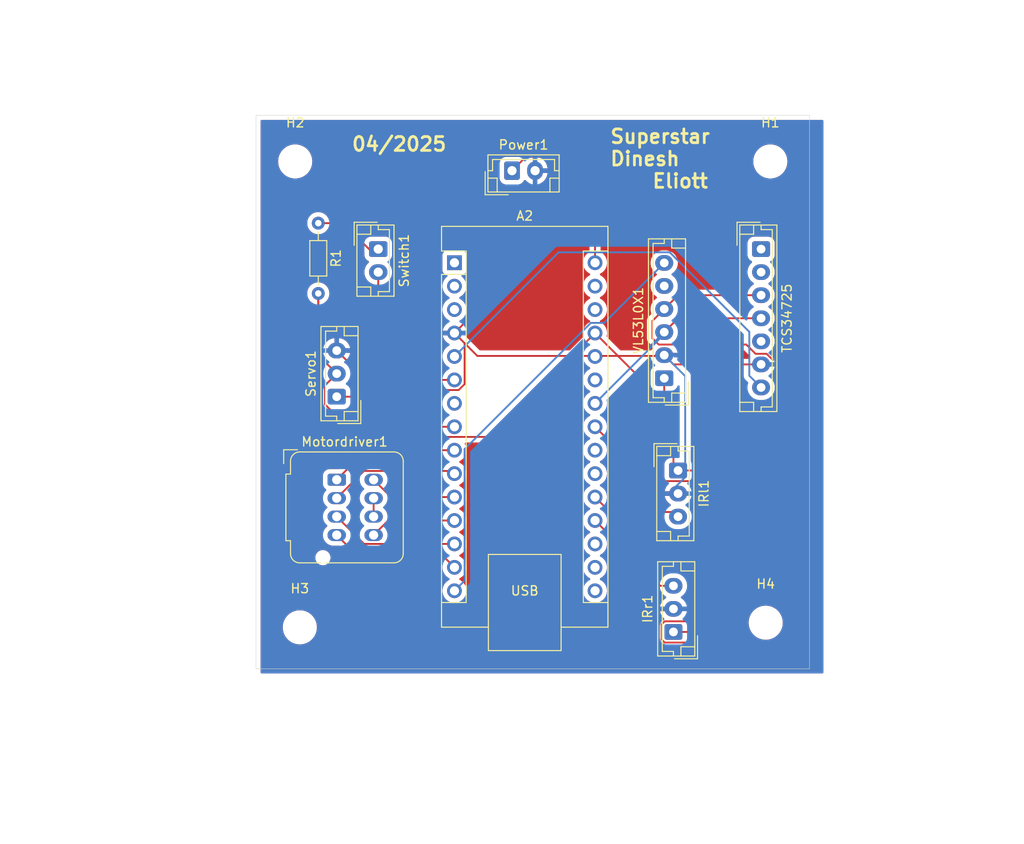
<source format=kicad_pcb>
(kicad_pcb (version 20241229) (generator "pcbnew") (generator_version "9.0")
  (layers (0 "F.Cu" signal) (2 "B.Cu" signal) (13 "F.Paste" user) (15 "B.Paste" user) (5 "F.SilkS" user "F.Silkscreen") (7 "B.SilkS" user "B.Silkscreen") (1 "F.Mask" user) (3 "B.Mask" user) (25 "Edge.Cuts" user))
  (net 0 "")
  (net 4 "Net-(A2-D5)")
  (net 11 "Net-(A2-D3)")
  (net 15 "Net-(Motordriver1-Pin_6)")
  (net 16 "Net-(Switch1-Pin_1)")
  (net 22 "/GND")
  (net 23 "/XSHUT")
  (net 24 "/VCC")
  (net 25 "/VIN")
  (net 26 "/IN2")
  (net 27 "/IN1")
  (net 28 "/IN4")
  (net 29 "/IRR")
  (net 30 "/IN3")
  (net 31 "/ENB")
  (net 32 "/SCL")
  (net 33 "/SDA")
  (net 34 "/IRL")
  (net 35 "/ENA")
  (footprint "Connector_JST:JST_EH_B3B-EH-A_1x03_P2.50mm_Vertical" (layer "F.Cu") (at 165.5 101 90)
    (property "Reference" "IRr1" (at 2.5 -2.8 90) (layer "F.SilkS"))
    (property "Value" "Conn_01x03_Pin")
    (fp_line (start 7.61 -1.71) (end -2.61 -1.71) (stroke (width 0.12)) (layer "F.SilkS"))
    (fp_line (start -2.61 -1.71) (end -2.61 2.31) (stroke (width 0.12)) (layer "F.SilkS"))
    (fp_line (start 7.11 -1.21) (end 7.11 0) (stroke (width 0.12)) (layer "F.SilkS"))
    (fp_line (start -2.11 -1.21) (end 7.11 -1.21) (stroke (width 0.12)) (layer "F.SilkS"))
    (fp_line (start 7.11 0) (end 7.61 0) (stroke (width 0.12)) (layer "F.SilkS"))
    (fp_line (start -2.11 0) (end -2.11 -1.21) (stroke (width 0.12)) (layer "F.SilkS"))
    (fp_line (start -2.61 0) (end -2.11 0) (stroke (width 0.12)) (layer "F.SilkS"))
    (fp_line (start -2.91 0.11) (end -2.91 2.61) (stroke (width 0.12)) (layer "F.SilkS"))
    (fp_line (start 7.61 0.81) (end 6.61 0.81) (stroke (width 0.12)) (layer "F.SilkS"))
    (fp_line (start 6.61 0.81) (end 6.61 2.31) (stroke (width 0.12)) (layer "F.SilkS"))
    (fp_line (start -1.61 0.81) (end -1.61 2.31) (stroke (width 0.12)) (layer "F.SilkS"))
    (fp_line (start -2.61 0.81) (end -1.61 0.81) (stroke (width 0.12)) (layer "F.SilkS"))
    (fp_line (start 7.61 2.31) (end 7.61 -1.71) (stroke (width 0.12)) (layer "F.SilkS"))
    (fp_line (start -2.61 2.31) (end 7.61 2.31) (stroke (width 0.12)) (layer "F.SilkS"))
    (fp_line (start -2.91 2.61) (end -0.41 2.61) (stroke (width 0.12)) (layer "F.SilkS"))
    (pad "1" thru_hole roundrect (at 0 0 90) (size 1.7 1.95) (drill 0.95) (layers "*.Cu" "*.Mask") (roundrect_rratio 0.147059) (net 24 "/VCC"))
    (pad "2" thru_hole oval (at 2.5 0 90) (size 1.7 1.95) (drill 0.95) (layers "*.Cu" "*.Mask") (net 22 "/GND"))
    (pad "3" thru_hole oval (at 5 0 90) (size 1.7 1.95) (drill 0.95) (layers "*.Cu" "*.Mask") (net 29 "/IRR"))
  )
  (footprint "Resistor_THT:R_Axial_DIN0204_L3.6mm_D1.6mm_P7.62mm_Horizontal" (layer "F.Cu") (at 127 56.69 -90)
    (property "Reference" "R1" (at 3.81 -1.92 90) (layer "F.SilkS"))
    (property "Value" "1k")
    (fp_line (start 1.89 0.92) (end 5.73 0.92) (stroke (width 0.12)) (layer "F.SilkS"))
    (fp_line (start 5.73 0.92) (end 5.73 -0.92) (stroke (width 0.12)) (layer "F.SilkS"))
    (fp_line (start 0.94 0) (end 1.89 0) (stroke (width 0.12)) (layer "F.SilkS"))
    (fp_line (start 6.68 0) (end 5.73 0) (stroke (width 0.12)) (layer "F.SilkS"))
    (fp_line (start 1.89 -0.92) (end 1.89 0.92) (stroke (width 0.12)) (layer "F.SilkS"))
    (fp_line (start 5.73 -0.92) (end 1.89 -0.92) (stroke (width 0.12)) (layer "F.SilkS"))
    (pad "1" thru_hole circle (at 0 0 270) (size 1.4 1.4) (drill 0.7) (layers "*.Cu" "*.Mask") (net 16 "Net-(Switch1-Pin_1)"))
    (pad "2" thru_hole oval (at 7.62 0 270) (size 1.4 1.4) (drill 0.7) (layers "*.Cu" "*.Mask") (net 24 "/VCC"))
  )
  (footprint "Connector_JST:JST_JWPF_B08B-JWPF-SK-R_2x04_P2.00mm_Vertical" (layer "F.Cu") (at 129 84.5)
    (property "Reference" "Motordriver1" (at 0.85 -4.11 0) (layer "F.SilkS"))
    (property "Value" "Conn_02x04_Top_Bottom")
    (fp_line (start -5.75 -3.25) (end -4.25 -3.25) (stroke (width 0.12)) (layer "F.SilkS"))
    (fp_line (start -5.75 -1.75) (end -5.75 -3.25) (stroke (width 0.12)) (layer "F.SilkS"))
    (fp_line (start -5.51 -0.61) (end -5.51 6.61) (stroke (width 0.12)) (layer "F.SilkS"))
    (fp_line (start -5.51 6.61) (end -5.01 6.61) (stroke (width 0.12)) (layer "F.SilkS"))
    (fp_line (start -5.01 -2.01) (end -5.01 -0.61) (stroke (width 0.12)) (layer "F.SilkS"))
    (fp_line (start -5.01 -0.61) (end -5.51 -0.61) (stroke (width 0.12)) (layer "F.SilkS"))
    (fp_line (start -5.01 6.61) (end -5.01 8.01) (stroke (width 0.12)) (layer "F.SilkS"))
    (fp_line (start -4.01 -3.01) (end 6.21 -3.01) (stroke (width 0.12)) (layer "F.SilkS"))
    (fp_line (start -4.01 9.01) (end 6.21 9.01) (stroke (width 0.12)) (layer "F.SilkS"))
    (fp_line (start 7.21 -2.01) (end 7.21 8.01) (stroke (width 0.12)) (layer "F.SilkS"))
    (fp_arc (start -5.01 -2.01) (mid -4.717107 -2.717107) (end -4.01 -3.01) (stroke (width 0.12)) (layer "F.SilkS"))
    (fp_arc (start -4.01 9.01) (mid -4.717107 8.717107) (end -5.01 8.01) (stroke (width 0.12)) (layer "F.SilkS"))
    (fp_arc (start 6.21 -3.01) (mid 6.917107 -2.717107) (end 7.21 -2.01) (stroke (width 0.12)) (layer "F.SilkS"))
    (fp_arc (start 7.21 8.01) (mid 6.917107 8.717107) (end 6.21 9.01) (stroke (width 0.12)) (layer "F.SilkS"))
    (pad "" np_thru_hole circle (at -1.5 8.45) (size 1.15 1.15) (drill 1.15) (layers "*.Cu" "*.Mask"))
    (pad "1" thru_hole roundrect (at 0 0) (size 2 1.3) (drill 1) (layers "*.Cu" "*.Mask") (roundrect_rratio 0.192308) (net 27 "/IN1"))
    (pad "2" thru_hole oval (at 0 2) (size 2 1.3) (drill 1) (layers "*.Cu" "*.Mask") (net 26 "/IN2"))
    (pad "3" thru_hole oval (at 0 4) (size 2 1.3) (drill 1) (layers "*.Cu" "*.Mask") (net 30 "/IN3"))
    (pad "4" thru_hole oval (at 0 6) (size 2 1.3) (drill 1) (layers "*.Cu" "*.Mask") (net 28 "/IN4"))
    (pad "5" thru_hole oval (at 4 0) (size 2 1.3) (drill 1) (layers "*.Cu" "*.Mask") (net 35 "/ENA"))
    (pad "6" thru_hole oval (at 4 2) (size 2 1.3) (drill 1) (layers "*.Cu" "*.Mask") (net 15 "Net-(Motordriver1-Pin_6)"))
    (pad "7" thru_hole oval (at 4 4) (size 2 1.3) (drill 1) (layers "*.Cu" "*.Mask") (net 15 "Net-(Motordriver1-Pin_6)"))
    (pad "8" thru_hole oval (at 4 6) (size 2 1.3) (drill 1) (layers "*.Cu" "*.Mask") (net 31 "/ENB"))
  )
  (footprint "Connector_JST:JST_EH_B6B-EH-A_1x06_P2.50mm_Vertical" (layer "F.Cu") (at 164.5 73.5 90)
    (property "Reference" "VL53L0X1" (at 6.25 -2.8 90) (layer "F.SilkS"))
    (property "Value" "Conn_01x06_Pin")
    (fp_line (start 15.11 -1.71) (end -2.61 -1.71) (stroke (width 0.12)) (layer "F.SilkS"))
    (fp_line (start -2.61 -1.71) (end -2.61 2.31) (stroke (width 0.12)) (layer "F.SilkS"))
    (fp_line (start 14.61 -1.21) (end 14.61 0) (stroke (width 0.12)) (layer "F.SilkS"))
    (fp_line (start -2.11 -1.21) (end 14.61 -1.21) (stroke (width 0.12)) (layer "F.SilkS"))
    (fp_line (start 14.61 0) (end 15.11 0) (stroke (width 0.12)) (layer "F.SilkS"))
    (fp_line (start -2.11 0) (end -2.11 -1.21) (stroke (width 0.12)) (layer "F.SilkS"))
    (fp_line (start -2.61 0) (end -2.11 0) (stroke (width 0.12)) (layer "F.SilkS"))
    (fp_line (start -2.91 0.11) (end -2.91 2.61) (stroke (width 0.12)) (layer "F.SilkS"))
    (fp_line (start 15.11 0.81) (end 14.11 0.81) (stroke (width 0.12)) (layer "F.SilkS"))
    (fp_line (start 14.11 0.81) (end 14.11 2.31) (stroke (width 0.12)) (layer "F.SilkS"))
    (fp_line (start -1.61 0.81) (end -1.61 2.31) (stroke (width 0.12)) (layer "F.SilkS"))
    (fp_line (start -2.61 0.81) (end -1.61 0.81) (stroke (width 0.12)) (layer "F.SilkS"))
    (fp_line (start 15.11 2.31) (end 15.11 -1.71) (stroke (width 0.12)) (layer "F.SilkS"))
    (fp_line (start -2.61 2.31) (end 15.11 2.31) (stroke (width 0.12)) (layer "F.SilkS"))
    (fp_line (start -2.91 2.61) (end -0.41 2.61) (stroke (width 0.12)) (layer "F.SilkS"))
    (pad "1" thru_hole roundrect (at 0 0 90) (size 1.7 1.95) (drill 0.95) (layers "*.Cu" "*.Mask") (roundrect_rratio 0.147059) (net 24 "/VCC"))
    (pad "2" thru_hole oval (at 2.5 0 90) (size 1.7 1.95) (drill 0.95) (layers "*.Cu" "*.Mask") (net 22 "/GND"))
    (pad "3" thru_hole oval (at 5 0 90) (size 1.7 1.95) (drill 0.95) (layers "*.Cu" "*.Mask") (net 32 "/SCL"))
    (pad "4" thru_hole oval (at 7.5 0 90) (size 1.7 1.95) (drill 0.95) (layers "*.Cu" "*.Mask") (net 33 "/SDA"))
    (pad "5" thru_hole oval (at 10 0 90) (size 1.7 1.95) (drill 0.95) (layers "*.Cu" "*.Mask"))
    (pad "6" thru_hole oval (at 12.5 0 90) (size 1.7 1.95) (drill 0.95) (layers "*.Cu" "*.Mask") (net 23 "/XSHUT"))
  )
  (footprint "Connector_JST:JST_EH_B7B-EH-A_1x07_P2.50mm_Vertical" (layer "F.Cu") (at 175 59.5 -90)
    (property "Reference" "TCS34725" (at 7.5 -2.8 90) (layer "F.SilkS"))
    (property "Value" "Conn_01x07_Pin")
    (fp_line (start -2.91 2.61) (end -0.41 2.61) (stroke (width 0.12)) (layer "F.SilkS"))
    (fp_line (start -2.61 2.31) (end 17.61 2.31) (stroke (width 0.12)) (layer "F.SilkS"))
    (fp_line (start 17.61 2.31) (end 17.61 -1.71) (stroke (width 0.12)) (layer "F.SilkS"))
    (fp_line (start -2.61 0.81) (end -1.61 0.81) (stroke (width 0.12)) (layer "F.SilkS"))
    (fp_line (start -1.61 0.81) (end -1.61 2.31) (stroke (width 0.12)) (layer "F.SilkS"))
    (fp_line (start 16.61 0.81) (end 16.61 2.31) (stroke (width 0.12)) (layer "F.SilkS"))
    (fp_line (start 17.61 0.81) (end 16.61 0.81) (stroke (width 0.12)) (layer "F.SilkS"))
    (fp_line (start -2.91 0.11) (end -2.91 2.61) (stroke (width 0.12)) (layer "F.SilkS"))
    (fp_line (start -2.61 0) (end -2.11 0) (stroke (width 0.12)) (layer "F.SilkS"))
    (fp_line (start -2.11 0) (end -2.11 -1.21) (stroke (width 0.12)) (layer "F.SilkS"))
    (fp_line (start 17.11 0) (end 17.61 0) (stroke (width 0.12)) (layer "F.SilkS"))
    (fp_line (start -2.11 -1.21) (end 17.11 -1.21) (stroke (width 0.12)) (layer "F.SilkS"))
    (fp_line (start 17.11 -1.21) (end 17.11 0) (stroke (width 0.12)) (layer "F.SilkS"))
    (fp_line (start -2.61 -1.71) (end -2.61 2.31) (stroke (width 0.12)) (layer "F.SilkS"))
    (fp_line (start 17.61 -1.71) (end -2.61 -1.71) (stroke (width 0.12)) (layer "F.SilkS"))
    (pad "1" thru_hole roundrect (at 0 0 270) (size 1.7 1.95) (drill 0.95) (layers "*.Cu" "*.Mask") (roundrect_rratio 0.147059))
    (pad "2" thru_hole oval (at 2.5 0 270) (size 1.7 1.95) (drill 0.95) (layers "*.Cu" "*.Mask"))
    (pad "3" thru_hole oval (at 5 0 270) (size 1.7 1.95) (drill 0.95) (layers "*.Cu" "*.Mask") (net 33 "/SDA"))
    (pad "4" thru_hole oval (at 7.5 0 270) (size 1.7 1.95) (drill 0.95) (layers "*.Cu" "*.Mask") (net 32 "/SCL"))
    (pad "5" thru_hole oval (at 10 0 270) (size 1.7 1.95) (drill 0.95) (layers "*.Cu" "*.Mask"))
    (pad "6" thru_hole oval (at 12.5 0 270) (size 1.7 1.95) (drill 0.95) (layers "*.Cu" "*.Mask") (net 22 "/GND"))
    (pad "7" thru_hole oval (at 15 0 270) (size 1.7 1.95) (drill 0.95) (layers "*.Cu" "*.Mask") (net 24 "/VCC"))
  )
  (footprint "Connector_JST:JST_EH_B2B-EH-A_1x02_P2.50mm_Vertical" (layer "F.Cu") (at 133.5 59.5 -90)
    (property "Reference" "Switch1" (at 1.25 -2.8 90) (layer "F.SilkS"))
    (property "Value" "Conn_01x02_Pin")
    (fp_line (start -2.91 2.61) (end -0.41 2.61) (stroke (width 0.12)) (layer "F.SilkS"))
    (fp_line (start -2.61 2.31) (end 5.11 2.31) (stroke (width 0.12)) (layer "F.SilkS"))
    (fp_line (start 5.11 2.31) (end 5.11 -1.71) (stroke (width 0.12)) (layer "F.SilkS"))
    (fp_line (start -2.61 0.81) (end -1.61 0.81) (stroke (width 0.12)) (layer "F.SilkS"))
    (fp_line (start -1.61 0.81) (end -1.61 2.31) (stroke (width 0.12)) (layer "F.SilkS"))
    (fp_line (start 4.11 0.81) (end 4.11 2.31) (stroke (width 0.12)) (layer "F.SilkS"))
    (fp_line (start 5.11 0.81) (end 4.11 0.81) (stroke (width 0.12)) (layer "F.SilkS"))
    (fp_line (start -2.91 0.11) (end -2.91 2.61) (stroke (width 0.12)) (layer "F.SilkS"))
    (fp_line (start -2.61 0) (end -2.11 0) (stroke (width 0.12)) (layer "F.SilkS"))
    (fp_line (start -2.11 0) (end -2.11 -1.21) (stroke (width 0.12)) (layer "F.SilkS"))
    (fp_line (start 4.61 0) (end 5.11 0) (stroke (width 0.12)) (layer "F.SilkS"))
    (fp_line (start -2.11 -1.21) (end 4.61 -1.21) (stroke (width 0.12)) (layer "F.SilkS"))
    (fp_line (start 4.61 -1.21) (end 4.61 0) (stroke (width 0.12)) (layer "F.SilkS"))
    (fp_line (start -2.61 -1.71) (end -2.61 2.31) (stroke (width 0.12)) (layer "F.SilkS"))
    (fp_line (start 5.11 -1.71) (end -2.61 -1.71) (stroke (width 0.12)) (layer "F.SilkS"))
    (pad "1" thru_hole roundrect (at 0 0 270) (size 1.7 2) (drill 1) (layers "*.Cu" "*.Mask") (roundrect_rratio 0.147059) (net 16 "Net-(Switch1-Pin_1)"))
    (pad "2" thru_hole oval (at 2.5 0 270) (size 1.7 2) (drill 1) (layers "*.Cu" "*.Mask") (net 11 "Net-(A2-D3)"))
  )
  (footprint "MountingHole:MountingHole_3.2mm_M3" (layer "F.Cu") (at 124.5 50)
    (property "Reference" "H2" (at 0 -4.2 0) (layer "F.SilkS"))
    (property "Value" "MountingHole")
    (pad "" np_thru_hole circle (at 0 0) (size 3.2 3.2) (drill 3.2) (layers "*.Cu" "*.Mask"))
  )
  (footprint "Connector_JST:JST_EH_B2B-EH-A_1x02_P2.50mm_Vertical" (layer "F.Cu") (at 148 51)
    (property "Reference" "Power1" (at 1.25 -2.8 0) (layer "F.SilkS"))
    (property "Value" "Conn_01x02_Pin")
    (fp_line (start -2.91 0.11) (end -2.91 2.61) (stroke (width 0.12)) (layer "F.SilkS"))
    (fp_line (start -2.91 2.61) (end -0.41 2.61) (stroke (width 0.12)) (layer "F.SilkS"))
    (fp_line (start -2.61 -1.71) (end -2.61 2.31) (stroke (width 0.12)) (layer "F.SilkS"))
    (fp_line (start -2.61 0) (end -2.11 0) (stroke (width 0.12)) (layer "F.SilkS"))
    (fp_line (start -2.61 0.81) (end -1.61 0.81) (stroke (width 0.12)) (layer "F.SilkS"))
    (fp_line (start -2.61 2.31) (end 5.11 2.31) (stroke (width 0.12)) (layer "F.SilkS"))
    (fp_line (start -2.11 -1.21) (end 4.61 -1.21) (stroke (width 0.12)) (layer "F.SilkS"))
    (fp_line (start -2.11 0) (end -2.11 -1.21) (stroke (width 0.12)) (layer "F.SilkS"))
    (fp_line (start -1.61 0.81) (end -1.61 2.31) (stroke (width 0.12)) (layer "F.SilkS"))
    (fp_line (start 4.11 0.81) (end 4.11 2.31) (stroke (width 0.12)) (layer "F.SilkS"))
    (fp_line (start 4.61 -1.21) (end 4.61 0) (stroke (width 0.12)) (layer "F.SilkS"))
    (fp_line (start 4.61 0) (end 5.11 0) (stroke (width 0.12)) (layer "F.SilkS"))
    (fp_line (start 5.11 -1.71) (end -2.61 -1.71) (stroke (width 0.12)) (layer "F.SilkS"))
    (fp_line (start 5.11 0.81) (end 4.11 0.81) (stroke (width 0.12)) (layer "F.SilkS"))
    (fp_line (start 5.11 2.31) (end 5.11 -1.71) (stroke (width 0.12)) (layer "F.SilkS"))
    (pad "1" thru_hole roundrect (at 0 0) (size 1.7 2) (drill 1) (layers "*.Cu" "*.Mask") (roundrect_rratio 0.147059) (net 25 "/VIN"))
    (pad "2" thru_hole oval (at 2.5 0) (size 1.7 2) (drill 1) (layers "*.Cu" "*.Mask") (net 22 "/GND"))
  )
  (footprint "MountingHole:MountingHole_3.2mm_M3" (layer "F.Cu") (at 176 50)
    (property "Reference" "H1" (at 0 -4.2 0) (layer "F.SilkS"))
    (property "Value" "MountingHole")
    (pad "" np_thru_hole circle (at 0 0) (size 3.2 3.2) (drill 3.2) (layers "*.Cu" "*.Mask"))
  )
  (footprint "Connector_JST:JST_EH_B3B-EH-A_1x03_P2.50mm_Vertical" (layer "F.Cu") (at 166 83.5 -90)
    (property "Reference" "IRl1" (at 2.5 -2.8 90) (layer "F.SilkS"))
    (property "Value" "Conn_01x03_Pin")
    (fp_line (start -2.91 2.61) (end -0.41 2.61) (stroke (width 0.12)) (layer "F.SilkS"))
    (fp_line (start -2.61 2.31) (end 7.61 2.31) (stroke (width 0.12)) (layer "F.SilkS"))
    (fp_line (start 7.61 2.31) (end 7.61 -1.71) (stroke (width 0.12)) (layer "F.SilkS"))
    (fp_line (start -2.61 0.81) (end -1.61 0.81) (stroke (width 0.12)) (layer "F.SilkS"))
    (fp_line (start -1.61 0.81) (end -1.61 2.31) (stroke (width 0.12)) (layer "F.SilkS"))
    (fp_line (start 6.61 0.81) (end 6.61 2.31) (stroke (width 0.12)) (layer "F.SilkS"))
    (fp_line (start 7.61 0.81) (end 6.61 0.81) (stroke (width 0.12)) (layer "F.SilkS"))
    (fp_line (start -2.91 0.11) (end -2.91 2.61) (stroke (width 0.12)) (layer "F.SilkS"))
    (fp_line (start -2.61 0) (end -2.11 0) (stroke (width 0.12)) (layer "F.SilkS"))
    (fp_line (start -2.11 0) (end -2.11 -1.21) (stroke (width 0.12)) (layer "F.SilkS"))
    (fp_line (start 7.11 0) (end 7.61 0) (stroke (width 0.12)) (layer "F.SilkS"))
    (fp_line (start -2.11 -1.21) (end 7.11 -1.21) (stroke (width 0.12)) (layer "F.SilkS"))
    (fp_line (start 7.11 -1.21) (end 7.11 0) (stroke (width 0.12)) (layer "F.SilkS"))
    (fp_line (start -2.61 -1.71) (end -2.61 2.31) (stroke (width 0.12)) (layer "F.SilkS"))
    (fp_line (start 7.61 -1.71) (end -2.61 -1.71) (stroke (width 0.12)) (layer "F.SilkS"))
    (pad "1" thru_hole roundrect (at 0 0 270) (size 1.7 1.95) (drill 0.95) (layers "*.Cu" "*.Mask") (roundrect_rratio 0.147059) (net 24 "/VCC"))
    (pad "2" thru_hole oval (at 2.5 0 270) (size 1.7 1.95) (drill 0.95) (layers "*.Cu" "*.Mask") (net 22 "/GND"))
    (pad "3" thru_hole oval (at 5 0 270) (size 1.7 1.95) (drill 0.95) (layers "*.Cu" "*.Mask") (net 34 "/IRL"))
  )
  (footprint "Module:Arduino_Nano" (layer "F.Cu") (at 141.76 60.98)
    (property "Reference" "A2" (at 7.62 -5.08 0) (layer "F.SilkS"))
    (property "Value" "Arduino_Nano_v2.x")
    (fp_line (start -1.4 -3.94) (end -1.4 -1.27) (stroke (width 0.12)) (layer "F.SilkS"))
    (fp_line (start -1.4 1.27) (end -1.4 39.5) (stroke (width 0.12)) (layer "F.SilkS"))
    (fp_line (start -1.4 39.5) (end 3.68 39.5) (stroke (width 0.12)) (layer "F.SilkS"))
    (fp_line (start 1.27 -1.27) (end -1.4 -1.27) (stroke (width 0.12)) (layer "F.SilkS"))
    (fp_line (start 1.27 1.27) (end -1.4 1.27) (stroke (width 0.12)) (layer "F.SilkS"))
    (fp_line (start 1.27 1.27) (end 1.27 -1.27) (stroke (width 0.12)) (layer "F.SilkS"))
    (fp_line (start 1.27 1.27) (end 1.27 36.83) (stroke (width 0.12)) (layer "F.SilkS"))
    (fp_line (start 1.27 36.83) (end -1.4 36.83) (stroke (width 0.12)) (layer "F.SilkS"))
    (fp_line (start 3.68 31.62) (end 11.56 31.62) (stroke (width 0.12)) (layer "F.SilkS"))
    (fp_line (start 3.68 42.04) (end 3.68 31.62) (stroke (width 0.12)) (layer "F.SilkS"))
    (fp_line (start 11.56 31.62) (end 11.56 42.04) (stroke (width 0.12)) (layer "F.SilkS"))
    (fp_line (start 11.56 42.04) (end 3.68 42.04) (stroke (width 0.12)) (layer "F.SilkS"))
    (fp_line (start 13.97 -1.27) (end 13.97 36.83) (stroke (width 0.12)) (layer "F.SilkS"))
    (fp_line (start 13.97 -1.27) (end 16.64 -1.27) (stroke (width 0.12)) (layer "F.SilkS"))
    (fp_line (start 13.97 36.83) (end 16.64 36.83) (stroke (width 0.12)) (layer "F.SilkS"))
    (fp_line (start 16.64 -3.94) (end -1.4 -3.94) (stroke (width 0.12)) (layer "F.SilkS"))
    (fp_line (start 16.64 39.5) (end 11.56 39.5) (stroke (width 0.12)) (layer "F.SilkS"))
    (fp_line (start 16.64 39.5) (end 16.64 -3.94) (stroke (width 0.12)) (layer "F.SilkS"))
    (fp_text user "USB" (at 7.62 35.56 0) (layer "F.SilkS"))
    (pad "1" thru_hole rect (at 0 0) (size 1.6 1.6) (drill 1) (layers "*.Cu" "*.Mask"))
    (pad "2" thru_hole oval (at 0 2.54) (size 1.6 1.6) (drill 1) (layers "*.Cu" "*.Mask"))
    (pad "3" thru_hole oval (at 0 5.08) (size 1.6 1.6) (drill 1) (layers "*.Cu" "*.Mask"))
    (pad "4" thru_hole oval (at 0 7.62) (size 1.6 1.6) (drill 1) (layers "*.Cu" "*.Mask") (net 22 "/GND"))
    (pad "5" thru_hole oval (at 0 10.16) (size 1.6 1.6) (drill 1) (layers "*.Cu" "*.Mask") (net 24 "/VCC"))
    (pad "6" thru_hole oval (at 0 12.7) (size 1.6 1.6) (drill 1) (layers "*.Cu" "*.Mask") (net 11 "Net-(A2-D3)"))
    (pad "7" thru_hole oval (at 0 15.24) (size 1.6 1.6) (drill 1) (layers "*.Cu" "*.Mask"))
    (pad "8" thru_hole oval (at 0 17.78) (size 1.6 1.6) (drill 1) (layers "*.Cu" "*.Mask") (net 4 "Net-(A2-D5)"))
    (pad "9" thru_hole oval (at 0 20.32) (size 1.6 1.6) (drill 1) (layers "*.Cu" "*.Mask") (net 27 "/IN1"))
    (pad "10" thru_hole oval (at 0 22.86) (size 1.6 1.6) (drill 1) (layers "*.Cu" "*.Mask") (net 26 "/IN2"))
    (pad "11" thru_hole oval (at 0 25.4) (size 1.6 1.6) (drill 1) (layers "*.Cu" "*.Mask") (net 35 "/ENA"))
    (pad "12" thru_hole oval (at 0 27.94) (size 1.6 1.6) (drill 1) (layers "*.Cu" "*.Mask") (net 31 "/ENB"))
    (pad "13" thru_hole oval (at 0 30.48) (size 1.6 1.6) (drill 1) (layers "*.Cu" "*.Mask") (net 30 "/IN3"))
    (pad "14" thru_hole oval (at 0 33.02) (size 1.6 1.6) (drill 1) (layers "*.Cu" "*.Mask") (net 28 "/IN4"))
    (pad "15" thru_hole oval (at 0 35.56) (size 1.6 1.6) (drill 1) (layers "*.Cu" "*.Mask") (net 23 "/XSHUT"))
    (pad "16" thru_hole oval (at 15.24 35.56) (size 1.6 1.6) (drill 1) (layers "*.Cu" "*.Mask"))
    (pad "17" thru_hole oval (at 15.24 33.02) (size 1.6 1.6) (drill 1) (layers "*.Cu" "*.Mask"))
    (pad "18" thru_hole oval (at 15.24 30.48) (size 1.6 1.6) (drill 1) (layers "*.Cu" "*.Mask"))
    (pad "19" thru_hole oval (at 15.24 27.94) (size 1.6 1.6) (drill 1) (layers "*.Cu" "*.Mask") (net 29 "/IRR"))
    (pad "20" thru_hole oval (at 15.24 25.4) (size 1.6 1.6) (drill 1) (layers "*.Cu" "*.Mask") (net 34 "/IRL"))
    (pad "21" thru_hole oval (at 15.24 22.86) (size 1.6 1.6) (drill 1) (layers "*.Cu" "*.Mask"))
    (pad "22" thru_hole oval (at 15.24 20.32) (size 1.6 1.6) (drill 1) (layers "*.Cu" "*.Mask"))
    (pad "23" thru_hole oval (at 15.24 17.78) (size 1.6 1.6) (drill 1) (layers "*.Cu" "*.Mask") (net 33 "/SDA"))
    (pad "24" thru_hole oval (at 15.24 15.24) (size 1.6 1.6) (drill 1) (layers "*.Cu" "*.Mask") (net 32 "/SCL"))
    (pad "25" thru_hole oval (at 15.24 12.7) (size 1.6 1.6) (drill 1) (layers "*.Cu" "*.Mask"))
    (pad "26" thru_hole oval (at 15.24 10.16) (size 1.6 1.6) (drill 1) (layers "*.Cu" "*.Mask"))
    (pad "27" thru_hole oval (at 15.24 7.62) (size 1.6 1.6) (drill 1) (layers "*.Cu" "*.Mask") (net 24 "/VCC"))
    (pad "28" thru_hole oval (at 15.24 5.08) (size 1.6 1.6) (drill 1) (layers "*.Cu" "*.Mask"))
    (pad "29" thru_hole oval (at 15.24 2.54) (size 1.6 1.6) (drill 1) (layers "*.Cu" "*.Mask"))
    (pad "30" thru_hole oval (at 15.24 0) (size 1.6 1.6) (drill 1) (layers "*.Cu" "*.Mask") (net 25 "/VIN"))
  )
  (footprint "Connector_JST:JST_EH_B3B-EH-A_1x03_P2.50mm_Vertical" (layer "F.Cu") (at 129 75.5 90)
    (property "Reference" "Servo1" (at 2.5 -2.8 90) (layer "F.SilkS"))
    (property "Value" "Conn_01x03_Pin")
    (fp_line (start 7.61 -1.71) (end -2.61 -1.71) (stroke (width 0.12)) (layer "F.SilkS"))
    (fp_line (start -2.61 -1.71) (end -2.61 2.31) (stroke (width 0.12)) (layer "F.SilkS"))
    (fp_line (start 7.11 -1.21) (end 7.11 0) (stroke (width 0.12)) (layer "F.SilkS"))
    (fp_line (start -2.11 -1.21) (end 7.11 -1.21) (stroke (width 0.12)) (layer "F.SilkS"))
    (fp_line (start 7.11 0) (end 7.61 0) (stroke (width 0.12)) (layer "F.SilkS"))
    (fp_line (start -2.11 0) (end -2.11 -1.21) (stroke (width 0.12)) (layer "F.SilkS"))
    (fp_line (start -2.61 0) (end -2.11 0) (stroke (width 0.12)) (layer "F.SilkS"))
    (fp_line (start -2.91 0.11) (end -2.91 2.61) (stroke (width 0.12)) (layer "F.SilkS"))
    (fp_line (start 7.61 0.81) (end 6.61 0.81) (stroke (width 0.12)) (layer "F.SilkS"))
    (fp_line (start 6.61 0.81) (end 6.61 2.31) (stroke (width 0.12)) (layer "F.SilkS"))
    (fp_line (start -1.61 0.81) (end -1.61 2.31) (stroke (width 0.12)) (layer "F.SilkS"))
    (fp_line (start -2.61 0.81) (end -1.61 0.81) (stroke (width 0.12)) (layer "F.SilkS"))
    (fp_line (start 7.61 2.31) (end 7.61 -1.71) (stroke (width 0.12)) (layer "F.SilkS"))
    (fp_line (start -2.61 2.31) (end 7.61 2.31) (stroke (width 0.12)) (layer "F.SilkS"))
    (fp_line (start -2.91 2.61) (end -0.41 2.61) (stroke (width 0.12)) (layer "F.SilkS"))
    (pad "1" thru_hole roundrect (at 0 0 90) (size 1.7 1.95) (drill 0.95) (layers "*.Cu" "*.Mask") (roundrect_rratio 0.147059) (net 4 "Net-(A2-D5)"))
    (pad "2" thru_hole oval (at 2.5 0 90) (size 1.7 1.95) (drill 0.95) (layers "*.Cu" "*.Mask") (net 24 "/VCC"))
    (pad "3" thru_hole oval (at 5 0 90) (size 1.7 1.95) (drill 0.95) (layers "*.Cu" "*.Mask") (net 22 "/GND"))
  )
  (footprint "MountingHole:MountingHole_3.2mm_M3" (layer "F.Cu") (at 125 100.5)
    (property "Reference" "H3" (at 0 -4.2 0) (layer "F.SilkS"))
    (property "Value" "MountingHole")
    (pad "" np_thru_hole circle (at 0 0) (size 3.2 3.2) (drill 3.2) (layers "*.Cu" "*.Mask"))
  )
  (footprint "MountingHole:MountingHole_3.2mm_M3" (layer "F.Cu") (at 175.5 100)
    (property "Reference" "H4" (at 0 -4.2 0) (layer "F.SilkS"))
    (property "Value" "MountingHole")
    (pad "" np_thru_hole circle (at 0 0) (size 3.2 3.2) (drill 3.2) (layers "*.Cu" "*.Mask"))
  )
  (gr_rect (start 120.25 45) (end 180.25 105) (stroke (width 0.05)) (fill no) (layer "Edge.Cuts"))
  (gr_text "04/2025" (at 130.5 49 0) (layer "F.SilkS") (effects (font (size 1.5 1.5) (thickness 0.3) (bold yes)) (justify left bottom)))
  (gr_text "Superstar\nDinesh\n    Eliott" (at 158.5 53 0) (layer "F.SilkS") (effects (font (size 1.5 1.5) (thickness 0.3) (bold yes)) (justify left bottom)))
  (segment (start 127.724 76.33516) (end 131.24984 79.861) (width 0.2) (layer "F.Cu") (net 0))
  (segment (start 142.861 74.13605) (end 142.21605 74.781) (width 0.2) (layer "F.Cu") (net 0))
  (segment (start 167.5 83.5) (end 170.5 86.5) (width 0.2) (layer "F.Cu") (net 0))
  (segment (start 166 86) (end 168.5 86) (width 0.2) (layer "F.Cu") (net 0))
  (segment (start 133.281 74.781) (end 129 70.5) (width 0.2) (layer "F.Cu") (net 0))
  (segment (start 127 64.31) (end 127 68.5) (width 0.2) (layer "F.Cu") (net 0))
  (segment (start 142.861 69.701) (end 142.861 74.13605) (width 0.2) (layer "F.Cu") (net 0))
  (segment (start 150.5 51) (end 150.5 59.86) (width 0.2) (layer "F.Cu") (net 0))
  (segment (start 157 68.6) (end 165.45 77.05) (width 0.2) (layer "F.Cu") (net 0))
  (segment (start 164.5 76.1) (end 165.45 77.05) (width 0.2) (layer "F.Cu") (net 0))
  (segment (start 164.5 71) (end 164.419 71.081) (width 0.2) (layer "F.Cu") (net 0))
  (segment (start 164.419 71.081) (end 144.241 71.081) (width 0.2) (layer "F.Cu") (net 0))
  (segment (start 127.724 74.276) (end 127.724 76.33516) (width 0.2) (layer "F.Cu") (net 0))
  (segment (start 169.5 87) (end 169.5 97) (width 0.2) (layer "F.Cu") (net 0))
  (segment (start 165.5 72) (end 164.5 71) (width 0.2) (layer "F.Cu") (net 0))
  (segment (start 129 73) (end 127 71) (width 0.2) (layer "F.Cu") (net 0))
  (segment (start 141.76 68.6) (end 142.861 69.701) (width 0.2) (layer "F.Cu") (net 0))
  (segment (start 175 72) (end 165.5 72) (width 0.2) (layer "F.Cu") (net 0))
  (segment (start 144.241 71.081) (end 142.861 69.701) (width 0.2) (layer "F.Cu") (net 0))
  (segment (start 167.5 101) (end 165.5 101) (width 0.2) (layer "F.Cu") (net 0))
  (segment (start 165.45 77.05) (end 165.5 77.1) (width 0.2) (layer "F.Cu") (net 0))
  (segment (start 127 68.5) (end 127 64) (width 0.2) (layer "F.Cu") (net 0))
  (segment (start 131.24984 79.861) (end 145.739 79.861) (width 0.2) (layer "F.Cu") (net 0))
  (segment (start 168.5 86) (end 169.5 87) (width 0.2) (layer "F.Cu") (net 0))
  (segment (start 145.739 79.861) (end 157 68.6) (width 0.2) (layer "F.Cu") (net 0))
  (segment (start 170.5 98) (end 167.5 101) (width 0.2) (layer "F.Cu") (net 0))
  (segment (start 164.5 73.5) (end 164.5 76.1) (width 0.2) (layer "F.Cu") (net 0))
  (segment (start 142.21605 74.781) (end 133.281 74.781) (width 0.2) (layer "F.Cu") (net 0))
  (segment (start 168 98.5) (end 165.5 98.5) (width 0.2) (layer "F.Cu") (net 0))
  (segment (start 166 83.5) (end 167.5 83.5) (width 0.2) (layer "F.Cu") (net 0))
  (segment (start 169.5 97) (end 168 98.5) (width 0.2) (layer "F.Cu") (net 0))
  (segment (start 150.5 59.86) (end 141.76 68.6) (width 0.2) (layer "F.Cu") (net 0))
  (segment (start 165.5 77.1) (end 165.5 83) (width 0.2) (layer "F.Cu") (net 0))
  (segment (start 129 73) (end 127.724 74.276) (width 0.2) (layer "F.Cu") (net 0))
  (segment (start 127 71) (end 127 68.5) (width 0.2) (layer "F.Cu") (net 0))
  (segment (start 170.5 86.5) (end 170.5 98) (width 0.2) (layer "F.Cu") (net 0))
  (segment (start 164.5 71) (end 166.776 73.276) (width 0.2) (layer "B.Cu") (net 0))
  (segment (start 166.776 73.276) (end 166.776 84.224) (width 0.2) (layer "B.Cu") (net 0))
  (segment (start 166.776 84.224) (end 165.5 85.5) (width 0.2) (layer "B.Cu") (net 0))
  (segment (start 137.26 78.76) (end 134 75.5) (width 0.2) (layer "F.Cu") (net 4))
  (segment (start 141.76 78.76) (end 137.26 78.76) (width 0.2) (layer "F.Cu") (net 4))
  (segment (start 134 75.5) (end 129 75.5) (width 0.2) (layer "F.Cu") (net 4))
  (segment (start 138.5 73) (end 139.18 73.68) (width 0.2) (layer "F.Cu") (net 11))
  (segment (start 139.18 73.68) (end 141.76 73.68) (width 0.2) (layer "F.Cu") (net 11))
  (segment (start 138.5 72.5) (end 138.5 73) (width 0.2) (layer "F.Cu") (net 11))
  (segment (start 133.5 62) (end 133.5 67.5) (width 0.2) (layer "F.Cu") (net 11))
  (segment (start 133.5 67.5) (end 138.5 72.5) (width 0.2) (layer "F.Cu") (net 11))
  (segment (start 133 86.5) (end 133 88.5) (width 0.2) (layer "F.Cu") (net 15))
  (segment (start 129.69 56.69) (end 132.5 59.5) (width 0.2) (layer "F.Cu") (net 16))
  (segment (start 132.5 59.5) (end 133.5 59.5) (width 0.2) (layer "F.Cu") (net 16))
  (segment (start 127 56.69) (end 129.69 56.69) (width 0.2) (layer "F.Cu") (net 16))
  (segment (start 142.861 81.18195) (end 156.54395 67.499) (width 0.2) (layer "B.Cu") (net 23))
  (segment (start 142.861 95.439) (end 142.861 81.18195) (width 0.2) (layer "B.Cu") (net 23))
  (segment (start 141.76 96.54) (end 142.861 95.439) (width 0.2) (layer "B.Cu") (net 23))
  (segment (start 156.54395 67.499) (end 158.001 67.499) (width 0.2) (layer "B.Cu") (net 23))
  (segment (start 158.001 67.499) (end 164.5 61) (width 0.2) (layer "B.Cu") (net 23))
  (segment (start 165.10176 59.849) (end 173.724 68.47124) (width 0.2) (layer "B.Cu") (net 24))
  (segment (start 153.051 59.849) (end 165.10176 59.849) (width 0.2) (layer "B.Cu") (net 24))
  (segment (start 141.76 71.14) (end 153.051 59.849) (width 0.2) (layer "B.Cu") (net 24))
  (segment (start 173.724 68.47124) (end 173.724 73.224) (width 0.2) (layer "B.Cu") (net 24))
  (segment (start 173.724 73.224) (end 175 74.5) (width 0.2) (layer "B.Cu") (net 24))
  (segment (start 154 50) (end 157 53) (width 0.2) (layer "F.Cu") (net 25))
  (segment (start 157 53) (end 157 60.98) (width 0.2) (layer "F.Cu") (net 25))
  (segment (start 149.5 49.5) (end 154 49.5) (width 0.2) (layer "F.Cu") (net 25))
  (segment (start 148 51) (end 149.5 49.5) (width 0.2) (layer "F.Cu") (net 25))
  (segment (start 154 49.5) (end 154 50) (width 0.2) (layer "F.Cu") (net 25))
  (segment (start 141.469 83.549) (end 131.951 83.549) (width 0.2) (layer "F.Cu") (net 26))
  (segment (start 131.951 83.549) (end 129 86.5) (width 0.2) (layer "F.Cu") (net 26))
  (segment (start 141.76 83.84) (end 141.469 83.549) (width 0.2) (layer "F.Cu") (net 26))
  (segment (start 132.2 81.3) (end 141.76 81.3) (width 0.2) (layer "F.Cu") (net 27))
  (segment (start 129 84.5) (end 132.2 81.3) (width 0.2) (layer "F.Cu") (net 27))
  (segment (start 140.26 92.5) (end 141.76 94) (width 0.2) (layer "F.Cu") (net 28))
  (segment (start 131 92.5) (end 140.26 92.5) (width 0.2) (layer "F.Cu") (net 28))
  (segment (start 129 90.5) (end 131 92.5) (width 0.2) (layer "F.Cu") (net 28))
  (segment (start 164.08 96) (end 157.5 89.42) (width 0.2) (layer "F.Cu") (net 29))
  (segment (start 165.5 96) (end 164.08 96) (width 0.2) (layer "F.Cu") (net 29))
  (segment (start 131.96 91.46) (end 129 88.5) (width 0.2) (layer "F.Cu") (net 30))
  (segment (start 141.76 91.46) (end 131.96 91.46) (width 0.2) (layer "F.Cu") (net 30))
  (segment (start 134.58 88.92) (end 133 90.5) (width 0.2) (layer "F.Cu") (net 31))
  (segment (start 141.76 88.92) (end 134.58 88.92) (width 0.2) (layer "F.Cu") (net 31))
  (segment (start 133 90.5) (end 133.5 90.5) (width 0.2) (layer "F.Cu") (net 31))
  (segment (start 166 67) (end 164.5 68.5) (width 0.2) (layer "F.Cu") (net 32))
  (segment (start 175 67) (end 166 67) (width 0.2) (layer "F.Cu") (net 32))
  (segment (start 164.5 68.72) (end 157 76.22) (width 0.2) (layer "B.Cu") (net 32))
  (segment (start 164.5 68.5) (end 163 70) (width 0.2) (layer "B.Cu") (net 32))
  (segment (start 164.5 68.5) (end 164.5 68.72) (width 0.2) (layer "B.Cu") (net 32))
  (segment (start 164.53984 99.849) (end 168.0839 99.849) (width 0.2) (layer "F.Cu") (net 33))
  (segment (start 166.9161 102.151) (end 164.53984 102.151) (width 0.2) (layer "F.Cu") (net 33))
  (segment (start 170.099 97.8339) (end 170.099 86.6661) (width 0.2) (layer "F.Cu") (net 33))
  (segment (start 175.60176 70.849) (end 176.276 71.52324) (width 0.2) (layer "F.Cu") (net 33))
  (segment (start 173.39824 69.849) (end 174.39824 70.849) (width 0.2) (layer "F.Cu") (net 33))
  (segment (start 163.89824 69.849) (end 173.39824 69.849) (width 0.2) (layer "F.Cu") (net 33))
  (segment (start 175 64.5) (end 166 64.5) (width 0.2) (layer "F.Cu") (net 33))
  (segment (start 162.891 84.651) (end 157.5 79.26) (width 0.2) (layer "F.Cu") (net 33))
  (segment (start 164.224 101.83516) (end 164.224 100.16484) (width 0.2) (layer "F.Cu") (net 33))
  (segment (start 164.5 66) (end 163.224 67.276) (width 0.2) (layer "F.Cu") (net 33))
  (segment (start 166 64.5) (end 164.5 66) (width 0.2) (layer "F.Cu") (net 33))
  (segment (start 168.0839 84.651) (end 162.891 84.651) (width 0.2) (layer "F.Cu") (net 33))
  (segment (start 168.0839 99.849) (end 170.099 97.8339) (width 0.2) (layer "F.Cu") (net 33))
  (segment (start 163.224 69.17476) (end 163.89824 69.849) (width 0.2) (layer "F.Cu") (net 33))
  (segment (start 164.224 100.16484) (end 164.53984 99.849) (width 0.2) (layer "F.Cu") (net 33))
  (segment (start 176.776 92.2911) (end 176.776 72.02324) (width 0.2) (layer "F.Cu") (net 33))
  (segment (start 164.53984 102.151) (end 164.224 101.83516) (width 0.2) (layer "F.Cu") (net 33))
  (segment (start 166.9161 102.151) (end 176.776 92.2911) (width 0.2) (layer "F.Cu") (net 33))
  (segment (start 174.39824 70.849) (end 175.60176 70.849) (width 0.2) (layer "F.Cu") (net 33))
  (segment (start 163.224 67.276) (end 163.224 69.17476) (width 0.2) (layer "F.Cu") (net 33))
  (segment (start 170.099 86.6661) (end 168.0839 84.651) (width 0.2) (layer "F.Cu") (net 33))
  (segment (start 165.5 88) (end 158.62 88) (width 0.2) (layer "F.Cu") (net 34))
  (segment (start 158.62 88) (end 157 86.38) (width 0.2) (layer "F.Cu") (net 34))
  (segment (start 141.76 86.38) (end 134.88 86.38) (width 0.2) (layer "F.Cu") (net 35))
  (segment (start 134.88 86.38) (end 133 84.5) (width 0.2) (layer "F.Cu") (net 35))
  (zone (net 22) (net_name "/GND") (layers "F.Cu" "B.Cu") (connect_pads (clearance 0.5)) (min_thickness 0.25) (fill yes (thermal_gap 0.5) (thermal_bridge_width 0.5))
    (polygon (pts (xy 124.5 39.5) (xy 128 42.5) (xy 203.5 36.5) (xy 196.5 124) (xy 92.5 109) (xy 111 32.5)))
  )
)
</source>
